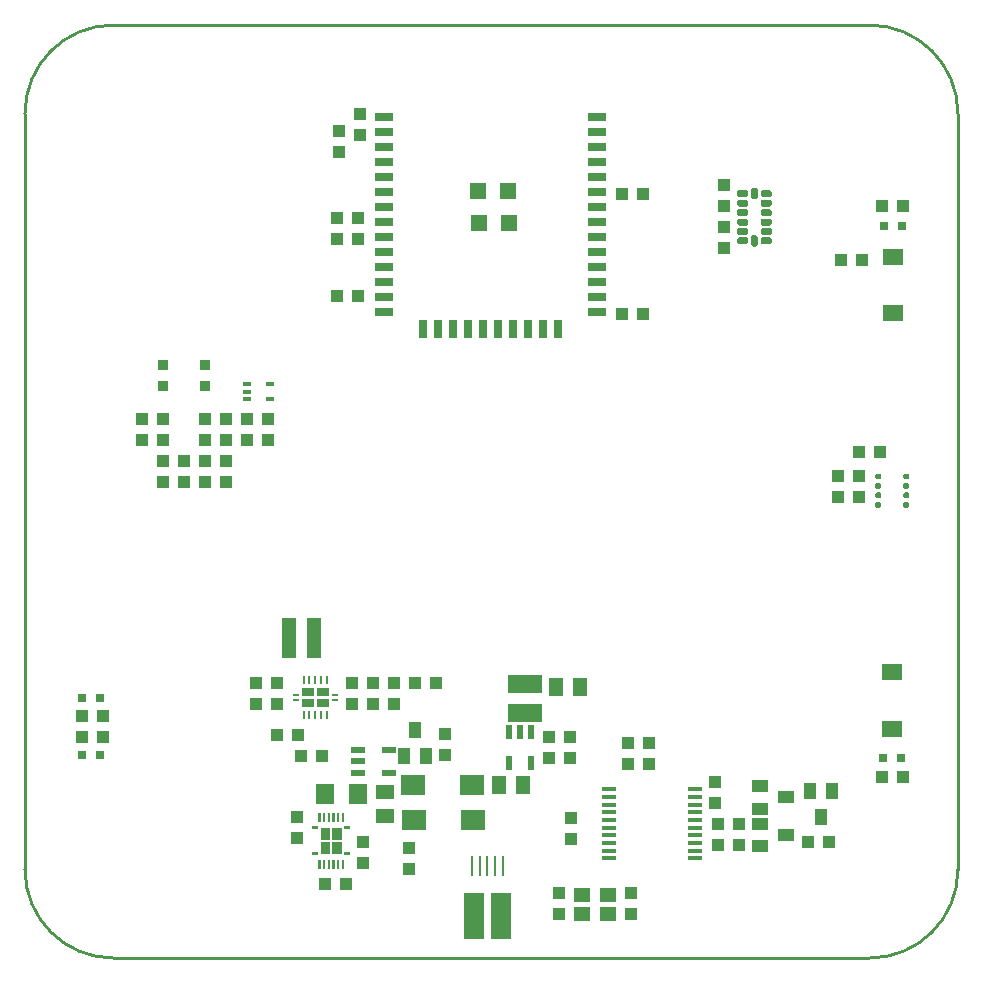
<source format=gbr>
G04 #@! TF.GenerationSoftware,KiCad,Pcbnew,5.1.6-c6e7f7d~87~ubuntu18.04.1*
G04 #@! TF.CreationDate,2020-07-31T19:21:43+02:00*
G04 #@! TF.ProjectId,hm-env-sensor,686d2d65-6e76-42d7-9365-6e736f722e6b,A1*
G04 #@! TF.SameCoordinates,Original*
G04 #@! TF.FileFunction,Paste,Top*
G04 #@! TF.FilePolarity,Positive*
%FSLAX46Y46*%
G04 Gerber Fmt 4.6, Leading zero omitted, Abs format (unit mm)*
G04 Created by KiCad (PCBNEW 5.1.6-c6e7f7d~87~ubuntu18.04.1) date 2020-07-31 19:21:43*
%MOMM*%
%LPD*%
G01*
G04 APERTURE LIST*
G04 #@! TA.AperFunction,Profile*
%ADD10C,0.254000*%
G04 #@! TD*
%ADD11C,0.100000*%
%ADD12R,1.016000X1.016000*%
%ADD13R,0.250000X1.700000*%
%ADD14R,1.800000X3.900000*%
%ADD15O,0.230000X0.800000*%
%ADD16R,0.230000X0.230000*%
%ADD17R,1.050000X0.680000*%
%ADD18R,0.500000X0.260000*%
%ADD19R,0.650000X0.400000*%
%ADD20R,0.550000X1.200000*%
%ADD21R,1.200000X0.550000*%
%ADD22R,1.000000X1.400000*%
%ADD23R,1.270000X0.325000*%
%ADD24R,1.524000X1.778000*%
%ADD25R,1.400000X1.000000*%
%ADD26R,1.400000X1.200000*%
%ADD27R,0.800000X0.800000*%
%ADD28R,1.300000X3.400000*%
%ADD29R,3.000000X1.600000*%
%ADD30R,0.914400X0.914400*%
%ADD31R,2.000000X1.700000*%
%ADD32R,1.270000X1.524000*%
%ADD33R,1.524000X1.270000*%
%ADD34R,1.754000X1.327000*%
%ADD35R,1.550000X0.750000*%
%ADD36R,0.750000X1.550000*%
%ADD37R,1.400000X1.400000*%
G04 APERTURE END LIST*
D10*
X169398000Y-135704200D02*
X169398000Y-71704200D01*
X90398000Y-71704200D02*
X90398000Y-135704200D01*
X161898000Y-64204200D02*
X97898000Y-64204200D01*
X161898000Y-64204200D02*
G75*
G02*
X169398000Y-71704200I0J-7500000D01*
G01*
X169398000Y-135704200D02*
G75*
G02*
X161898000Y-143204200I-7500000J0D01*
G01*
X161898000Y-143204200D02*
X97898000Y-143204200D01*
X90398000Y-71704200D02*
G75*
G02*
X97898000Y-64204200I7500000J0D01*
G01*
X97898000Y-143204200D02*
G75*
G02*
X90398000Y-135704200I0J7500000D01*
G01*
D11*
G36*
X117432000Y-134861500D02*
G01*
X117232000Y-134861500D01*
X117232000Y-135661500D01*
X117432000Y-135661500D01*
X117432000Y-134861500D01*
G37*
G36*
X117032000Y-134861500D02*
G01*
X116832000Y-134861500D01*
X116832000Y-135661500D01*
X117032000Y-135661500D01*
X117032000Y-134861500D01*
G37*
G36*
X116632000Y-134861500D02*
G01*
X116432000Y-134861500D01*
X116432000Y-135661500D01*
X116632000Y-135661500D01*
X116632000Y-134861500D01*
G37*
G36*
X116232000Y-134861500D02*
G01*
X116032000Y-134861500D01*
X116032000Y-135661500D01*
X116232000Y-135661500D01*
X116232000Y-134861500D01*
G37*
G36*
X115832000Y-134861500D02*
G01*
X115632000Y-134861500D01*
X115632000Y-135661500D01*
X115832000Y-135661500D01*
X115832000Y-134861500D01*
G37*
G36*
X115432000Y-134861500D02*
G01*
X115232000Y-134861500D01*
X115232000Y-135661500D01*
X115432000Y-135661500D01*
X115432000Y-134861500D01*
G37*
G36*
X115232000Y-131711500D02*
G01*
X115432000Y-131711500D01*
X115432000Y-130911500D01*
X115232000Y-130911500D01*
X115232000Y-131711500D01*
G37*
G36*
X115632000Y-131711500D02*
G01*
X115832000Y-131711500D01*
X115832000Y-130911500D01*
X115632000Y-130911500D01*
X115632000Y-131711500D01*
G37*
G36*
X116032000Y-131711500D02*
G01*
X116232000Y-131711500D01*
X116232000Y-130911500D01*
X116032000Y-130911500D01*
X116032000Y-131711500D01*
G37*
G36*
X117232000Y-131711500D02*
G01*
X117432000Y-131711500D01*
X117432000Y-130911500D01*
X117232000Y-130911500D01*
X117232000Y-131711500D01*
G37*
G36*
X116832000Y-131711500D02*
G01*
X117032000Y-131711500D01*
X117032000Y-130911500D01*
X116832000Y-130911500D01*
X116832000Y-131711500D01*
G37*
G36*
X116832000Y-131711500D02*
G01*
X117032000Y-131711500D01*
X117032000Y-130911500D01*
X116832000Y-130911500D01*
X116832000Y-131711500D01*
G37*
G36*
X116432000Y-131711500D02*
G01*
X116632000Y-131711500D01*
X116632000Y-130911500D01*
X116432000Y-130911500D01*
X116432000Y-131711500D01*
G37*
G36*
X114707000Y-134511500D02*
G01*
X115232000Y-134511500D01*
X115232000Y-134261500D01*
X114707000Y-134261500D01*
X114707000Y-134511500D01*
G37*
G36*
X117957000Y-132061500D02*
G01*
X117432000Y-132061500D01*
X117432000Y-132311500D01*
X117957000Y-132311500D01*
X117957000Y-132061500D01*
G37*
G36*
X117957000Y-134261500D02*
G01*
X117432000Y-134261500D01*
X117432000Y-134511500D01*
X117957000Y-134511500D01*
X117957000Y-134261500D01*
G37*
G36*
X114707000Y-132311500D02*
G01*
X115232000Y-132311500D01*
X115232000Y-132061500D01*
X114707000Y-132061500D01*
X114707000Y-132311500D01*
G37*
G36*
X115432000Y-134386500D02*
G01*
X116232000Y-134386500D01*
X116232000Y-133386500D01*
X115432000Y-133386500D01*
X115432000Y-134386500D01*
G37*
G36*
X117232000Y-132186500D02*
G01*
X116432000Y-132186500D01*
X116432000Y-133186500D01*
X117232000Y-133186500D01*
X117232000Y-132186500D01*
G37*
G36*
X117232000Y-133386500D02*
G01*
X116432000Y-133386500D01*
X116432000Y-134386500D01*
X117232000Y-134386500D01*
X117232000Y-133386500D01*
G37*
G36*
X115432000Y-133186500D02*
G01*
X116232000Y-133186500D01*
X116232000Y-132186500D01*
X115432000Y-132186500D01*
X115432000Y-133186500D01*
G37*
D12*
X118745000Y-71755000D03*
X118745000Y-73533000D03*
D13*
X130840000Y-135406000D03*
X130190000Y-135406000D03*
X129540000Y-135406000D03*
X128890000Y-135406000D03*
X128240000Y-135406000D03*
D14*
X130690000Y-139606000D03*
X128390000Y-139606000D03*
D15*
X115990500Y-122618500D03*
X115490500Y-122618500D03*
X114990500Y-122618500D03*
D16*
X114490500Y-122903500D03*
X113990500Y-122903500D03*
D15*
X113990500Y-119668500D03*
D16*
X114490500Y-119383500D03*
D15*
X114990500Y-119668500D03*
D16*
X115490500Y-119383500D03*
X115990500Y-119383500D03*
D17*
X114355500Y-121593500D03*
X114355500Y-120693500D03*
X115625500Y-121593500D03*
D18*
X113360500Y-121393500D03*
X113360500Y-120893500D03*
X116620500Y-121393500D03*
X116620500Y-120893500D03*
D17*
X115625500Y-120693500D03*
D16*
X115990500Y-122903500D03*
X115490500Y-122903500D03*
X114990500Y-122903500D03*
D15*
X114490500Y-122618500D03*
X113990500Y-122618500D03*
D16*
X113990500Y-119383500D03*
D15*
X114490500Y-119668500D03*
D16*
X114990500Y-119383500D03*
D15*
X115490500Y-119668500D03*
X115990500Y-119668500D03*
D19*
X111120000Y-94600000D03*
X111120000Y-95900000D03*
X109220000Y-95250000D03*
X109220000Y-95900000D03*
X109220000Y-94600000D03*
D20*
X133284000Y-124049000D03*
X132334000Y-124049000D03*
X131384000Y-124049000D03*
X133284000Y-126649000D03*
X131384000Y-126649000D03*
G36*
G01*
X162505000Y-102182000D02*
X162780000Y-102182000D01*
G75*
G02*
X162905000Y-102307000I0J-125000D01*
G01*
X162905000Y-102557000D01*
G75*
G02*
X162780000Y-102682000I-125000J0D01*
G01*
X162505000Y-102682000D01*
G75*
G02*
X162380000Y-102557000I0J125000D01*
G01*
X162380000Y-102307000D01*
G75*
G02*
X162505000Y-102182000I125000J0D01*
G01*
G37*
G36*
G01*
X162505000Y-102982000D02*
X162780000Y-102982000D01*
G75*
G02*
X162905000Y-103107000I0J-125000D01*
G01*
X162905000Y-103357000D01*
G75*
G02*
X162780000Y-103482000I-125000J0D01*
G01*
X162505000Y-103482000D01*
G75*
G02*
X162380000Y-103357000I0J125000D01*
G01*
X162380000Y-103107000D01*
G75*
G02*
X162505000Y-102982000I125000J0D01*
G01*
G37*
G36*
G01*
X162505000Y-103782000D02*
X162780000Y-103782000D01*
G75*
G02*
X162905000Y-103907000I0J-125000D01*
G01*
X162905000Y-104157000D01*
G75*
G02*
X162780000Y-104282000I-125000J0D01*
G01*
X162505000Y-104282000D01*
G75*
G02*
X162380000Y-104157000I0J125000D01*
G01*
X162380000Y-103907000D01*
G75*
G02*
X162505000Y-103782000I125000J0D01*
G01*
G37*
G36*
G01*
X162505000Y-104582000D02*
X162780000Y-104582000D01*
G75*
G02*
X162905000Y-104707000I0J-125000D01*
G01*
X162905000Y-104957000D01*
G75*
G02*
X162780000Y-105082000I-125000J0D01*
G01*
X162505000Y-105082000D01*
G75*
G02*
X162380000Y-104957000I0J125000D01*
G01*
X162380000Y-104707000D01*
G75*
G02*
X162505000Y-104582000I125000J0D01*
G01*
G37*
G36*
G01*
X164880000Y-104582000D02*
X165155000Y-104582000D01*
G75*
G02*
X165280000Y-104707000I0J-125000D01*
G01*
X165280000Y-104957000D01*
G75*
G02*
X165155000Y-105082000I-125000J0D01*
G01*
X164880000Y-105082000D01*
G75*
G02*
X164755000Y-104957000I0J125000D01*
G01*
X164755000Y-104707000D01*
G75*
G02*
X164880000Y-104582000I125000J0D01*
G01*
G37*
G36*
G01*
X164880000Y-103782000D02*
X165155000Y-103782000D01*
G75*
G02*
X165280000Y-103907000I0J-125000D01*
G01*
X165280000Y-104157000D01*
G75*
G02*
X165155000Y-104282000I-125000J0D01*
G01*
X164880000Y-104282000D01*
G75*
G02*
X164755000Y-104157000I0J125000D01*
G01*
X164755000Y-103907000D01*
G75*
G02*
X164880000Y-103782000I125000J0D01*
G01*
G37*
G36*
G01*
X164880000Y-102982000D02*
X165155000Y-102982000D01*
G75*
G02*
X165280000Y-103107000I0J-125000D01*
G01*
X165280000Y-103357000D01*
G75*
G02*
X165155000Y-103482000I-125000J0D01*
G01*
X164880000Y-103482000D01*
G75*
G02*
X164755000Y-103357000I0J125000D01*
G01*
X164755000Y-103107000D01*
G75*
G02*
X164880000Y-102982000I125000J0D01*
G01*
G37*
G36*
G01*
X164880000Y-102182000D02*
X165155000Y-102182000D01*
G75*
G02*
X165280000Y-102307000I0J-125000D01*
G01*
X165280000Y-102557000D01*
G75*
G02*
X165155000Y-102682000I-125000J0D01*
G01*
X164880000Y-102682000D01*
G75*
G02*
X164755000Y-102557000I0J125000D01*
G01*
X164755000Y-102307000D01*
G75*
G02*
X164880000Y-102182000I125000J0D01*
G01*
G37*
D21*
X118618000Y-125608000D03*
X118618000Y-126558000D03*
X118618000Y-127508000D03*
X121218000Y-125608000D03*
X121218000Y-127508000D03*
D22*
X157800000Y-131232000D03*
X156850000Y-129032000D03*
X158750000Y-129032000D03*
D23*
X139890500Y-128901000D03*
X139890500Y-129551000D03*
X139890500Y-130201000D03*
X139890500Y-130851000D03*
X139890500Y-131501000D03*
X139890500Y-132151000D03*
X139890500Y-132801000D03*
X139890500Y-133451000D03*
X139890500Y-134101000D03*
X139890500Y-134751000D03*
X147129500Y-134751000D03*
X147129500Y-134101000D03*
X147129500Y-133451000D03*
X147129500Y-132801000D03*
X147129500Y-132151000D03*
X147129500Y-131501000D03*
X147129500Y-130851000D03*
X147129500Y-130201000D03*
X147129500Y-129551000D03*
X147129500Y-128901000D03*
G36*
G01*
X151862000Y-78811000D02*
X151862000Y-78161000D01*
G75*
G02*
X152012000Y-78011000I150000J0D01*
G01*
X152312000Y-78011000D01*
G75*
G02*
X152462000Y-78161000I0J-150000D01*
G01*
X152462000Y-78811000D01*
G75*
G02*
X152312000Y-78961000I-150000J0D01*
G01*
X152012000Y-78961000D01*
G75*
G02*
X151862000Y-78811000I0J150000D01*
G01*
G37*
G36*
G01*
X152687000Y-78636000D02*
X152687000Y-78336000D01*
G75*
G02*
X152837000Y-78186000I150000J0D01*
G01*
X153487000Y-78186000D01*
G75*
G02*
X153637000Y-78336000I0J-150000D01*
G01*
X153637000Y-78636000D01*
G75*
G02*
X153487000Y-78786000I-150000J0D01*
G01*
X152837000Y-78786000D01*
G75*
G02*
X152687000Y-78636000I0J150000D01*
G01*
G37*
G36*
G01*
X152687000Y-79436000D02*
X152687000Y-79136000D01*
G75*
G02*
X152837000Y-78986000I150000J0D01*
G01*
X153487000Y-78986000D01*
G75*
G02*
X153637000Y-79136000I0J-150000D01*
G01*
X153637000Y-79436000D01*
G75*
G02*
X153487000Y-79586000I-150000J0D01*
G01*
X152837000Y-79586000D01*
G75*
G02*
X152687000Y-79436000I0J150000D01*
G01*
G37*
G36*
G01*
X152687000Y-80236000D02*
X152687000Y-79936000D01*
G75*
G02*
X152837000Y-79786000I150000J0D01*
G01*
X153487000Y-79786000D01*
G75*
G02*
X153637000Y-79936000I0J-150000D01*
G01*
X153637000Y-80236000D01*
G75*
G02*
X153487000Y-80386000I-150000J0D01*
G01*
X152837000Y-80386000D01*
G75*
G02*
X152687000Y-80236000I0J150000D01*
G01*
G37*
G36*
G01*
X152687000Y-81036000D02*
X152687000Y-80736000D01*
G75*
G02*
X152837000Y-80586000I150000J0D01*
G01*
X153487000Y-80586000D01*
G75*
G02*
X153637000Y-80736000I0J-150000D01*
G01*
X153637000Y-81036000D01*
G75*
G02*
X153487000Y-81186000I-150000J0D01*
G01*
X152837000Y-81186000D01*
G75*
G02*
X152687000Y-81036000I0J150000D01*
G01*
G37*
G36*
G01*
X152687000Y-81836000D02*
X152687000Y-81536000D01*
G75*
G02*
X152837000Y-81386000I150000J0D01*
G01*
X153487000Y-81386000D01*
G75*
G02*
X153637000Y-81536000I0J-150000D01*
G01*
X153637000Y-81836000D01*
G75*
G02*
X153487000Y-81986000I-150000J0D01*
G01*
X152837000Y-81986000D01*
G75*
G02*
X152687000Y-81836000I0J150000D01*
G01*
G37*
G36*
G01*
X152687000Y-82636000D02*
X152687000Y-82336000D01*
G75*
G02*
X152837000Y-82186000I150000J0D01*
G01*
X153487000Y-82186000D01*
G75*
G02*
X153637000Y-82336000I0J-150000D01*
G01*
X153637000Y-82636000D01*
G75*
G02*
X153487000Y-82786000I-150000J0D01*
G01*
X152837000Y-82786000D01*
G75*
G02*
X152687000Y-82636000I0J150000D01*
G01*
G37*
G36*
G01*
X151862000Y-82811000D02*
X151862000Y-82161000D01*
G75*
G02*
X152012000Y-82011000I150000J0D01*
G01*
X152312000Y-82011000D01*
G75*
G02*
X152462000Y-82161000I0J-150000D01*
G01*
X152462000Y-82811000D01*
G75*
G02*
X152312000Y-82961000I-150000J0D01*
G01*
X152012000Y-82961000D01*
G75*
G02*
X151862000Y-82811000I0J150000D01*
G01*
G37*
G36*
G01*
X150687000Y-82636000D02*
X150687000Y-82336000D01*
G75*
G02*
X150837000Y-82186000I150000J0D01*
G01*
X151487000Y-82186000D01*
G75*
G02*
X151637000Y-82336000I0J-150000D01*
G01*
X151637000Y-82636000D01*
G75*
G02*
X151487000Y-82786000I-150000J0D01*
G01*
X150837000Y-82786000D01*
G75*
G02*
X150687000Y-82636000I0J150000D01*
G01*
G37*
G36*
G01*
X150687000Y-81836000D02*
X150687000Y-81536000D01*
G75*
G02*
X150837000Y-81386000I150000J0D01*
G01*
X151487000Y-81386000D01*
G75*
G02*
X151637000Y-81536000I0J-150000D01*
G01*
X151637000Y-81836000D01*
G75*
G02*
X151487000Y-81986000I-150000J0D01*
G01*
X150837000Y-81986000D01*
G75*
G02*
X150687000Y-81836000I0J150000D01*
G01*
G37*
G36*
G01*
X150687000Y-81036000D02*
X150687000Y-80736000D01*
G75*
G02*
X150837000Y-80586000I150000J0D01*
G01*
X151487000Y-80586000D01*
G75*
G02*
X151637000Y-80736000I0J-150000D01*
G01*
X151637000Y-81036000D01*
G75*
G02*
X151487000Y-81186000I-150000J0D01*
G01*
X150837000Y-81186000D01*
G75*
G02*
X150687000Y-81036000I0J150000D01*
G01*
G37*
G36*
G01*
X150687000Y-80236000D02*
X150687000Y-79936000D01*
G75*
G02*
X150837000Y-79786000I150000J0D01*
G01*
X151487000Y-79786000D01*
G75*
G02*
X151637000Y-79936000I0J-150000D01*
G01*
X151637000Y-80236000D01*
G75*
G02*
X151487000Y-80386000I-150000J0D01*
G01*
X150837000Y-80386000D01*
G75*
G02*
X150687000Y-80236000I0J150000D01*
G01*
G37*
G36*
G01*
X150687000Y-79436000D02*
X150687000Y-79136000D01*
G75*
G02*
X150837000Y-78986000I150000J0D01*
G01*
X151487000Y-78986000D01*
G75*
G02*
X151637000Y-79136000I0J-150000D01*
G01*
X151637000Y-79436000D01*
G75*
G02*
X151487000Y-79586000I-150000J0D01*
G01*
X150837000Y-79586000D01*
G75*
G02*
X150687000Y-79436000I0J150000D01*
G01*
G37*
G36*
G01*
X150687000Y-78636000D02*
X150687000Y-78336000D01*
G75*
G02*
X150837000Y-78186000I150000J0D01*
G01*
X151487000Y-78186000D01*
G75*
G02*
X151637000Y-78336000I0J-150000D01*
G01*
X151637000Y-78636000D01*
G75*
G02*
X151487000Y-78786000I-150000J0D01*
G01*
X150837000Y-78786000D01*
G75*
G02*
X150687000Y-78636000I0J150000D01*
G01*
G37*
D12*
X125222000Y-119888000D03*
X123444000Y-119888000D03*
X109982000Y-119888000D03*
X109982000Y-121666000D03*
X111760000Y-124333000D03*
X113538000Y-124333000D03*
X110998000Y-97536000D03*
X109220000Y-97536000D03*
X107442000Y-99314000D03*
X107442000Y-97536000D03*
X105664000Y-101092000D03*
X105664000Y-102870000D03*
X105664000Y-97536000D03*
X105664000Y-99314000D03*
X102108000Y-101092000D03*
X102108000Y-102870000D03*
X102108000Y-97536000D03*
X102108000Y-99314000D03*
X134747000Y-124460000D03*
X134747000Y-126238000D03*
X142748000Y-78486000D03*
X140970000Y-78486000D03*
X113411000Y-131254500D03*
X113411000Y-133032500D03*
D24*
X115824000Y-129349500D03*
X118618000Y-129349500D03*
D12*
X161036000Y-100330000D03*
X162814000Y-100330000D03*
X116840000Y-82296000D03*
X118618000Y-82296000D03*
X116840000Y-80518000D03*
X118618000Y-80518000D03*
X136525000Y-124460000D03*
X136525000Y-126238000D03*
X125984000Y-125984000D03*
X125984000Y-124206000D03*
X113792000Y-126111000D03*
X115570000Y-126111000D03*
X118618000Y-87122000D03*
X116840000Y-87122000D03*
X95250000Y-122682000D03*
X97028000Y-122682000D03*
X122936000Y-135636000D03*
X122936000Y-133858000D03*
X158496000Y-133350000D03*
X156718000Y-133350000D03*
X150876000Y-131826000D03*
X149098000Y-131826000D03*
X150876000Y-133604000D03*
X149098000Y-133604000D03*
X143256000Y-124968000D03*
X143256000Y-126746000D03*
X141478000Y-124968000D03*
X141478000Y-126746000D03*
X95250000Y-124460000D03*
X97028000Y-124460000D03*
D25*
X152654000Y-131826000D03*
X152654000Y-133728460D03*
X154863800Y-132773420D03*
X152654000Y-128653540D03*
X152654000Y-130556000D03*
X154863800Y-129600960D03*
D26*
X139784000Y-139484000D03*
X137584000Y-137884000D03*
X137584000Y-139484000D03*
X139784000Y-137884000D03*
D27*
X95250000Y-121158000D03*
X96774000Y-121158000D03*
D28*
X112742000Y-116078000D03*
X114842000Y-116078000D03*
D29*
X132715000Y-120015000D03*
X132715000Y-122415000D03*
D22*
X122494040Y-126075440D03*
X124396500Y-126075440D03*
X123441460Y-123865640D03*
D30*
X102108000Y-92964000D03*
X102108000Y-94742000D03*
X105664000Y-92964000D03*
X105664000Y-94742000D03*
D31*
X128270000Y-128524000D03*
X123270000Y-128524000D03*
X123317000Y-131508500D03*
X128317000Y-131508500D03*
D27*
X95250000Y-125984000D03*
X96774000Y-125984000D03*
D12*
X121666000Y-121666000D03*
X121666000Y-119888000D03*
X119888000Y-121666000D03*
X119888000Y-119888000D03*
X118110000Y-121666000D03*
X118110000Y-119888000D03*
X111760000Y-121666000D03*
X111760000Y-119888000D03*
D32*
X137414000Y-120269000D03*
X135382000Y-120269000D03*
D12*
X109220000Y-99314000D03*
X110998000Y-99314000D03*
X107442000Y-102870000D03*
X107442000Y-101092000D03*
X103886000Y-102870000D03*
X103886000Y-101092000D03*
X100330000Y-97536000D03*
X100330000Y-99314000D03*
D32*
X132588000Y-128524000D03*
X130556000Y-128524000D03*
D12*
X115824000Y-136969500D03*
X117602000Y-136969500D03*
X118999000Y-133413500D03*
X118999000Y-135191500D03*
X159258000Y-104140000D03*
X161036000Y-104140000D03*
X159258000Y-102362000D03*
X161036000Y-102362000D03*
D33*
X120904000Y-131191000D03*
X120904000Y-129159000D03*
D12*
X136652000Y-133096000D03*
X136652000Y-131318000D03*
X148844000Y-128270000D03*
X148844000Y-130048000D03*
X135636000Y-137668000D03*
X135636000Y-139446000D03*
X141732000Y-139446000D03*
X141732000Y-137668000D03*
X149606000Y-81280000D03*
X149606000Y-83058000D03*
X149606000Y-79502000D03*
X149606000Y-77724000D03*
D34*
X163830000Y-123802000D03*
X163830000Y-119022000D03*
X163858000Y-88623000D03*
X163858000Y-83843000D03*
D12*
X116967000Y-74930000D03*
X116967000Y-73152000D03*
X142748000Y-88646000D03*
X140970000Y-88646000D03*
D35*
X138794000Y-72006000D03*
X138794000Y-73276000D03*
X138794000Y-74546000D03*
X138794000Y-75816000D03*
X138794000Y-77086000D03*
X138794000Y-78356000D03*
X138794000Y-79626000D03*
X138794000Y-80896000D03*
X138794000Y-82166000D03*
X138794000Y-83436000D03*
X138794000Y-84706000D03*
X138794000Y-85976000D03*
X138794000Y-87246000D03*
X138794000Y-88516000D03*
D36*
X135524000Y-89966000D03*
X134254000Y-89966000D03*
X132984000Y-89966000D03*
X131714000Y-89966000D03*
X130444000Y-89966000D03*
X129174000Y-89966000D03*
X127904000Y-89966000D03*
X126634000Y-89966000D03*
X125364000Y-89966000D03*
X124094000Y-89966000D03*
D35*
X120794000Y-88476000D03*
X120794000Y-87206000D03*
X120794000Y-85936000D03*
X120794000Y-84666000D03*
X120794000Y-83396000D03*
X120794000Y-82126000D03*
X120794000Y-80856000D03*
X120794000Y-79586000D03*
X120794000Y-78316000D03*
X120794000Y-77046000D03*
X120794000Y-75776000D03*
X120794000Y-74506000D03*
X120794000Y-73236000D03*
X120794000Y-71966000D03*
D37*
X128795000Y-78282000D03*
X131335000Y-78282000D03*
X128820400Y-80949000D03*
X131360400Y-80949000D03*
D27*
X163096000Y-81204200D03*
X164620000Y-81204200D03*
X163068000Y-126238000D03*
X164592000Y-126238000D03*
D12*
X164782500Y-79565500D03*
X163004500Y-79565500D03*
X162941000Y-127838200D03*
X164719000Y-127838200D03*
X161290000Y-84074000D03*
X159512000Y-84074000D03*
M02*

</source>
